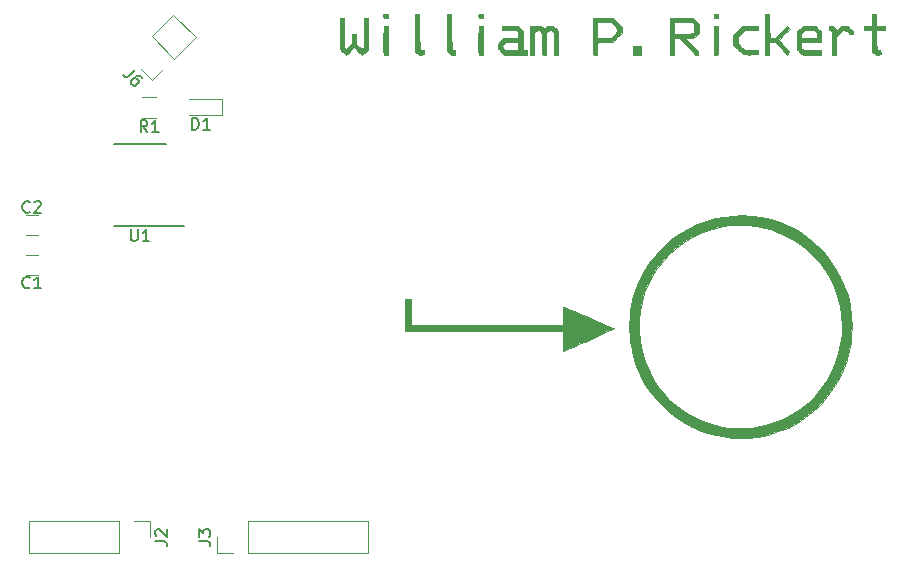
<source format=gbr>
G04 #@! TF.GenerationSoftware,KiCad,Pcbnew,5.1.0*
G04 #@! TF.CreationDate,2019-04-11T23:30:49-05:00*
G04 #@! TF.ProjectId,Card,43617264-2e6b-4696-9361-645f70636258,rev?*
G04 #@! TF.SameCoordinates,Original*
G04 #@! TF.FileFunction,Legend,Top*
G04 #@! TF.FilePolarity,Positive*
%FSLAX46Y46*%
G04 Gerber Fmt 4.6, Leading zero omitted, Abs format (unit mm)*
G04 Created by KiCad (PCBNEW 5.1.0) date 2019-04-11 23:30:49*
%MOMM*%
%LPD*%
G04 APERTURE LIST*
%ADD10C,0.120000*%
%ADD11C,0.150000*%
%ADD12C,0.010000*%
G04 APERTURE END LIST*
D10*
X104300000Y-133650000D02*
X105300000Y-133650000D01*
X105300000Y-131950000D02*
X104300000Y-131950000D01*
X104300000Y-130250000D02*
X105300000Y-130250000D01*
X105300000Y-128550000D02*
X104300000Y-128550000D01*
X120900000Y-120100000D02*
X120900000Y-118700000D01*
X120900000Y-118700000D02*
X118100000Y-118700000D01*
X120900000Y-120100000D02*
X118100000Y-120100000D01*
X104530000Y-154470000D02*
X104530000Y-157130000D01*
X112210000Y-154470000D02*
X104530000Y-154470000D01*
X112210000Y-157130000D02*
X104530000Y-157130000D01*
X112210000Y-154470000D02*
X112210000Y-157130000D01*
X113480000Y-154470000D02*
X114810000Y-154470000D01*
X114810000Y-154470000D02*
X114810000Y-155800000D01*
X133290000Y-157130000D02*
X133290000Y-154470000D01*
X123070000Y-157130000D02*
X133290000Y-157130000D01*
X123070000Y-154470000D02*
X133290000Y-154470000D01*
X123070000Y-157130000D02*
X123070000Y-154470000D01*
X121800000Y-157130000D02*
X120470000Y-157130000D01*
X120470000Y-157130000D02*
X120470000Y-155800000D01*
D11*
X116175000Y-122525000D02*
X111725000Y-122525000D01*
X117700000Y-129425000D02*
X111725000Y-129425000D01*
D12*
G36*
X162924184Y-111663250D02*
G01*
X162911882Y-111776255D01*
X162879926Y-111830139D01*
X162802963Y-111850255D01*
X162731250Y-111856184D01*
X162551334Y-111869201D01*
X162551334Y-111483333D01*
X162937202Y-111483333D01*
X162924184Y-111663250D01*
X162924184Y-111663250D01*
G37*
X162924184Y-111663250D02*
X162911882Y-111776255D01*
X162879926Y-111830139D01*
X162802963Y-111850255D01*
X162731250Y-111856184D01*
X162551334Y-111869201D01*
X162551334Y-111483333D01*
X162937202Y-111483333D01*
X162924184Y-111663250D01*
G36*
X142993334Y-111864333D02*
G01*
X142822672Y-111864333D01*
X142692637Y-111849179D01*
X142629895Y-111806531D01*
X142629015Y-111804409D01*
X142616472Y-111719332D01*
X142619760Y-111624492D01*
X142637548Y-111547838D01*
X142684482Y-111510016D01*
X142785915Y-111493613D01*
X142813417Y-111491482D01*
X142993334Y-111478465D01*
X142993334Y-111864333D01*
X142993334Y-111864333D01*
G37*
X142993334Y-111864333D02*
X142822672Y-111864333D01*
X142692637Y-111849179D01*
X142629895Y-111806531D01*
X142629015Y-111804409D01*
X142616472Y-111719332D01*
X142619760Y-111624492D01*
X142637548Y-111547838D01*
X142684482Y-111510016D01*
X142785915Y-111493613D01*
X142813417Y-111491482D01*
X142993334Y-111478465D01*
X142993334Y-111864333D01*
G36*
X134950000Y-111864333D02*
G01*
X134787722Y-111864333D01*
X134675852Y-111857570D01*
X134604241Y-111840837D01*
X134597222Y-111836111D01*
X134578943Y-111778944D01*
X134569399Y-111673186D01*
X134569000Y-111645611D01*
X134569000Y-111483333D01*
X134950000Y-111483333D01*
X134950000Y-111864333D01*
X134950000Y-111864333D01*
G37*
X134950000Y-111864333D02*
X134787722Y-111864333D01*
X134675852Y-111857570D01*
X134604241Y-111840837D01*
X134597222Y-111836111D01*
X134578943Y-111778944D01*
X134569399Y-111673186D01*
X134569000Y-111645611D01*
X134569000Y-111483333D01*
X134950000Y-111483333D01*
X134950000Y-111864333D01*
G36*
X176309667Y-112495909D02*
G01*
X176658917Y-112508204D01*
X177008167Y-112520500D01*
X177021184Y-112700416D01*
X177034202Y-112880333D01*
X176307877Y-112880333D01*
X176319355Y-113716416D01*
X176330834Y-114552500D01*
X176500167Y-114573666D01*
X176608388Y-114592148D01*
X176656620Y-114629192D01*
X176669095Y-114712058D01*
X176669500Y-114764166D01*
X176669500Y-114933500D01*
X176472349Y-114946242D01*
X176336489Y-114945617D01*
X176236296Y-114911700D01*
X176127276Y-114829098D01*
X176123099Y-114825440D01*
X175971000Y-114691895D01*
X175971000Y-112880333D01*
X175251334Y-112880333D01*
X175251334Y-112499333D01*
X175971000Y-112499333D01*
X175971000Y-111483333D01*
X176309667Y-111483333D01*
X176309667Y-112495909D01*
X176309667Y-112495909D01*
G37*
X176309667Y-112495909D02*
X176658917Y-112508204D01*
X177008167Y-112520500D01*
X177021184Y-112700416D01*
X177034202Y-112880333D01*
X176307877Y-112880333D01*
X176319355Y-113716416D01*
X176330834Y-114552500D01*
X176500167Y-114573666D01*
X176608388Y-114592148D01*
X176656620Y-114629192D01*
X176669095Y-114712058D01*
X176669500Y-114764166D01*
X176669500Y-114933500D01*
X176472349Y-114946242D01*
X176336489Y-114945617D01*
X176236296Y-114911700D01*
X176127276Y-114829098D01*
X176123099Y-114825440D01*
X175971000Y-114691895D01*
X175971000Y-112880333D01*
X175251334Y-112880333D01*
X175251334Y-112499333D01*
X175971000Y-112499333D01*
X175971000Y-111483333D01*
X176309667Y-111483333D01*
X176309667Y-112495909D01*
G36*
X174115107Y-112746560D02*
G01*
X174256035Y-112898292D01*
X174335758Y-113012853D01*
X174362261Y-113101865D01*
X174362334Y-113106393D01*
X174355345Y-113175766D01*
X174319166Y-113208632D01*
X174230972Y-113218481D01*
X174171834Y-113219000D01*
X174038289Y-113207983D01*
X173983242Y-113174284D01*
X173981334Y-113163420D01*
X173944622Y-113073837D01*
X173852242Y-112983866D01*
X173730829Y-112912990D01*
X173607014Y-112880693D01*
X173594379Y-112880333D01*
X173515570Y-112888131D01*
X173440927Y-112919275D01*
X173353280Y-112985391D01*
X173235459Y-113098104D01*
X173162779Y-113172550D01*
X172880667Y-113464767D01*
X172880667Y-114954666D01*
X172542000Y-114954666D01*
X172542000Y-113965016D01*
X172541559Y-113639282D01*
X172539059Y-113388094D01*
X172532733Y-113201333D01*
X172520815Y-113068879D01*
X172501538Y-112980613D01*
X172473136Y-112926416D01*
X172433842Y-112896167D01*
X172381889Y-112879747D01*
X172351500Y-112873725D01*
X172294840Y-112845442D01*
X172270492Y-112773162D01*
X172266834Y-112689253D01*
X172271925Y-112580534D01*
X172301542Y-112530250D01*
X172377198Y-112512223D01*
X172415000Y-112508964D01*
X172581905Y-112528401D01*
X172729918Y-112602358D01*
X172834279Y-112715041D01*
X172866046Y-112796646D01*
X172891632Y-112924577D01*
X173116449Y-112711955D01*
X173235879Y-112602190D01*
X173323571Y-112538695D01*
X173408583Y-112508815D01*
X173519972Y-112499893D01*
X173604573Y-112499333D01*
X173867880Y-112499333D01*
X174115107Y-112746560D01*
X174115107Y-112746560D01*
G37*
X174115107Y-112746560D02*
X174256035Y-112898292D01*
X174335758Y-113012853D01*
X174362261Y-113101865D01*
X174362334Y-113106393D01*
X174355345Y-113175766D01*
X174319166Y-113208632D01*
X174230972Y-113218481D01*
X174171834Y-113219000D01*
X174038289Y-113207983D01*
X173983242Y-113174284D01*
X173981334Y-113163420D01*
X173944622Y-113073837D01*
X173852242Y-112983866D01*
X173730829Y-112912990D01*
X173607014Y-112880693D01*
X173594379Y-112880333D01*
X173515570Y-112888131D01*
X173440927Y-112919275D01*
X173353280Y-112985391D01*
X173235459Y-113098104D01*
X173162779Y-113172550D01*
X172880667Y-113464767D01*
X172880667Y-114954666D01*
X172542000Y-114954666D01*
X172542000Y-113965016D01*
X172541559Y-113639282D01*
X172539059Y-113388094D01*
X172532733Y-113201333D01*
X172520815Y-113068879D01*
X172501538Y-112980613D01*
X172473136Y-112926416D01*
X172433842Y-112896167D01*
X172381889Y-112879747D01*
X172351500Y-112873725D01*
X172294840Y-112845442D01*
X172270492Y-112773162D01*
X172266834Y-112689253D01*
X172271925Y-112580534D01*
X172301542Y-112530250D01*
X172377198Y-112512223D01*
X172415000Y-112508964D01*
X172581905Y-112528401D01*
X172729918Y-112602358D01*
X172834279Y-112715041D01*
X172866046Y-112796646D01*
X172891632Y-112924577D01*
X173116449Y-112711955D01*
X173235879Y-112602190D01*
X173323571Y-112538695D01*
X173408583Y-112508815D01*
X173519972Y-112499893D01*
X173604573Y-112499333D01*
X173867880Y-112499333D01*
X174115107Y-112746560D01*
G36*
X171408356Y-112741424D02*
G01*
X171653000Y-112983516D01*
X171653000Y-113896333D01*
X169917334Y-113896333D01*
X169917334Y-114121246D01*
X169924722Y-114266239D01*
X169955112Y-114362436D01*
X170020845Y-114445033D01*
X170036067Y-114459913D01*
X170154800Y-114573666D01*
X171653000Y-114573666D01*
X171653000Y-114954666D01*
X170094270Y-114954666D01*
X169880470Y-114785667D01*
X169760944Y-114683992D01*
X169666121Y-114590341D01*
X169622669Y-114534450D01*
X169606995Y-114462877D01*
X169594101Y-114319806D01*
X169584696Y-114118379D01*
X169579487Y-113871739D01*
X169578667Y-113717874D01*
X169578667Y-113316566D01*
X169959667Y-113316566D01*
X169959667Y-113515333D01*
X171314334Y-113515333D01*
X171314334Y-113339412D01*
X171281013Y-113150653D01*
X171206346Y-113021912D01*
X171098358Y-112880333D01*
X170642766Y-112880333D01*
X170440528Y-112881286D01*
X170304165Y-112886759D01*
X170214885Y-112900670D01*
X170153899Y-112926937D01*
X170102416Y-112969480D01*
X170073420Y-112999066D01*
X169996485Y-113101690D01*
X169964000Y-113219860D01*
X169959667Y-113316566D01*
X169578667Y-113316566D01*
X169578667Y-112983516D01*
X169823311Y-112741424D01*
X170067955Y-112499333D01*
X171163712Y-112499333D01*
X171408356Y-112741424D01*
X171408356Y-112741424D01*
G37*
X171408356Y-112741424D02*
X171653000Y-112983516D01*
X171653000Y-113896333D01*
X169917334Y-113896333D01*
X169917334Y-114121246D01*
X169924722Y-114266239D01*
X169955112Y-114362436D01*
X170020845Y-114445033D01*
X170036067Y-114459913D01*
X170154800Y-114573666D01*
X171653000Y-114573666D01*
X171653000Y-114954666D01*
X170094270Y-114954666D01*
X169880470Y-114785667D01*
X169760944Y-114683992D01*
X169666121Y-114590341D01*
X169622669Y-114534450D01*
X169606995Y-114462877D01*
X169594101Y-114319806D01*
X169584696Y-114118379D01*
X169579487Y-113871739D01*
X169578667Y-113717874D01*
X169578667Y-113316566D01*
X169959667Y-113316566D01*
X169959667Y-113515333D01*
X171314334Y-113515333D01*
X171314334Y-113339412D01*
X171281013Y-113150653D01*
X171206346Y-113021912D01*
X171098358Y-112880333D01*
X170642766Y-112880333D01*
X170440528Y-112881286D01*
X170304165Y-112886759D01*
X170214885Y-112900670D01*
X170153899Y-112926937D01*
X170102416Y-112969480D01*
X170073420Y-112999066D01*
X169996485Y-113101690D01*
X169964000Y-113219860D01*
X169959667Y-113316566D01*
X169578667Y-113316566D01*
X169578667Y-112983516D01*
X169823311Y-112741424D01*
X170067955Y-112499333D01*
X171163712Y-112499333D01*
X171408356Y-112741424D01*
G36*
X167260164Y-112509916D02*
G01*
X167271500Y-113536500D01*
X167479930Y-113549702D01*
X167688359Y-113562905D01*
X168209143Y-113043372D01*
X168729926Y-112523839D01*
X168858984Y-112647484D01*
X168988041Y-112771128D01*
X168514849Y-113245667D01*
X168041656Y-113720205D01*
X168482078Y-114192307D01*
X168635609Y-114358047D01*
X168767350Y-114502477D01*
X168866988Y-114614116D01*
X168924211Y-114681483D01*
X168933756Y-114695140D01*
X168913339Y-114741055D01*
X168848624Y-114817361D01*
X168824558Y-114841273D01*
X168704103Y-114956676D01*
X168206290Y-114426504D01*
X167708476Y-113896333D01*
X167250334Y-113896333D01*
X167250334Y-114954666D01*
X166911667Y-114954666D01*
X166911667Y-111483333D01*
X167248828Y-111483333D01*
X167260164Y-112509916D01*
X167260164Y-112509916D01*
G37*
X167260164Y-112509916D02*
X167271500Y-113536500D01*
X167479930Y-113549702D01*
X167688359Y-113562905D01*
X168209143Y-113043372D01*
X168729926Y-112523839D01*
X168858984Y-112647484D01*
X168988041Y-112771128D01*
X168514849Y-113245667D01*
X168041656Y-113720205D01*
X168482078Y-114192307D01*
X168635609Y-114358047D01*
X168767350Y-114502477D01*
X168866988Y-114614116D01*
X168924211Y-114681483D01*
X168933756Y-114695140D01*
X168913339Y-114741055D01*
X168848624Y-114817361D01*
X168824558Y-114841273D01*
X168704103Y-114956676D01*
X168206290Y-114426504D01*
X167708476Y-113896333D01*
X167250334Y-113896333D01*
X167250334Y-114954666D01*
X166911667Y-114954666D01*
X166911667Y-111483333D01*
X167248828Y-111483333D01*
X167260164Y-112509916D01*
G36*
X165668666Y-112508757D02*
G01*
X166297834Y-112520500D01*
X166297834Y-112859166D01*
X165726334Y-112870969D01*
X165154834Y-112882771D01*
X164869084Y-113166167D01*
X164583334Y-113449562D01*
X164583334Y-114004437D01*
X164869084Y-114287832D01*
X165154834Y-114571228D01*
X165726334Y-114583030D01*
X166297834Y-114594833D01*
X166297834Y-114933500D01*
X165705167Y-114941318D01*
X165485417Y-114942564D01*
X165293026Y-114940567D01*
X165145376Y-114935735D01*
X165059847Y-114928476D01*
X165049000Y-114925922D01*
X164996111Y-114888620D01*
X164897132Y-114803342D01*
X164765580Y-114682240D01*
X164614972Y-114537469D01*
X164593917Y-114516773D01*
X164202334Y-114130838D01*
X164202334Y-113319514D01*
X164620916Y-112908265D01*
X165039499Y-112497015D01*
X165668666Y-112508757D01*
X165668666Y-112508757D01*
G37*
X165668666Y-112508757D02*
X166297834Y-112520500D01*
X166297834Y-112859166D01*
X165726334Y-112870969D01*
X165154834Y-112882771D01*
X164869084Y-113166167D01*
X164583334Y-113449562D01*
X164583334Y-114004437D01*
X164869084Y-114287832D01*
X165154834Y-114571228D01*
X165726334Y-114583030D01*
X166297834Y-114594833D01*
X166297834Y-114933500D01*
X165705167Y-114941318D01*
X165485417Y-114942564D01*
X165293026Y-114940567D01*
X165145376Y-114935735D01*
X165059847Y-114928476D01*
X165049000Y-114925922D01*
X164996111Y-114888620D01*
X164897132Y-114803342D01*
X164765580Y-114682240D01*
X164614972Y-114537469D01*
X164593917Y-114516773D01*
X164202334Y-114130838D01*
X164202334Y-113319514D01*
X164620916Y-112908265D01*
X165039499Y-112497015D01*
X165668666Y-112508757D01*
G36*
X162731250Y-112507482D02*
G01*
X162911167Y-112520500D01*
X162911167Y-114933500D01*
X162731250Y-114946517D01*
X162551334Y-114959534D01*
X162551334Y-112494465D01*
X162731250Y-112507482D01*
X162731250Y-112507482D01*
G37*
X162731250Y-112507482D02*
X162911167Y-112520500D01*
X162911167Y-114933500D01*
X162731250Y-114946517D01*
X162551334Y-114959534D01*
X162551334Y-112494465D01*
X162731250Y-112507482D01*
G36*
X161046105Y-112077102D02*
G01*
X161289431Y-112332204D01*
X161274799Y-112735982D01*
X161260167Y-113139761D01*
X161041064Y-113348714D01*
X160821962Y-113557666D01*
X160118343Y-113557666D01*
X160678672Y-114119150D01*
X160878594Y-114321111D01*
X161025316Y-114474301D01*
X161126734Y-114588564D01*
X161190744Y-114673744D01*
X161225244Y-114739685D01*
X161238128Y-114796229D01*
X161239000Y-114817650D01*
X161233136Y-114905424D01*
X161199307Y-114944438D01*
X161113159Y-114954397D01*
X161069667Y-114954666D01*
X160949186Y-114942162D01*
X160900854Y-114906569D01*
X160900334Y-114901237D01*
X160871559Y-114856770D01*
X160791072Y-114762508D01*
X160667630Y-114627916D01*
X160509989Y-114462462D01*
X160326904Y-114275613D01*
X160254254Y-114202737D01*
X159608174Y-113557666D01*
X159207000Y-113557666D01*
X159207000Y-114954666D01*
X158826000Y-114954666D01*
X158826000Y-112203000D01*
X159207000Y-112203000D01*
X159207000Y-113176666D01*
X159955688Y-113176666D01*
X160225518Y-113176128D01*
X160423913Y-113173555D01*
X160564104Y-113167508D01*
X160659321Y-113156549D01*
X160722795Y-113139240D01*
X160767755Y-113114143D01*
X160802355Y-113084620D01*
X160856950Y-113020362D01*
X160886806Y-112940219D01*
X160898821Y-112817936D01*
X160900334Y-112711540D01*
X160896541Y-112554083D01*
X160879525Y-112453028D01*
X160840825Y-112380245D01*
X160781600Y-112316753D01*
X160662867Y-112203000D01*
X159207000Y-112203000D01*
X158826000Y-112203000D01*
X158826000Y-111822000D01*
X159814390Y-111822000D01*
X160802779Y-111821999D01*
X161046105Y-112077102D01*
X161046105Y-112077102D01*
G37*
X161046105Y-112077102D02*
X161289431Y-112332204D01*
X161274799Y-112735982D01*
X161260167Y-113139761D01*
X161041064Y-113348714D01*
X160821962Y-113557666D01*
X160118343Y-113557666D01*
X160678672Y-114119150D01*
X160878594Y-114321111D01*
X161025316Y-114474301D01*
X161126734Y-114588564D01*
X161190744Y-114673744D01*
X161225244Y-114739685D01*
X161238128Y-114796229D01*
X161239000Y-114817650D01*
X161233136Y-114905424D01*
X161199307Y-114944438D01*
X161113159Y-114954397D01*
X161069667Y-114954666D01*
X160949186Y-114942162D01*
X160900854Y-114906569D01*
X160900334Y-114901237D01*
X160871559Y-114856770D01*
X160791072Y-114762508D01*
X160667630Y-114627916D01*
X160509989Y-114462462D01*
X160326904Y-114275613D01*
X160254254Y-114202737D01*
X159608174Y-113557666D01*
X159207000Y-113557666D01*
X159207000Y-114954666D01*
X158826000Y-114954666D01*
X158826000Y-112203000D01*
X159207000Y-112203000D01*
X159207000Y-113176666D01*
X159955688Y-113176666D01*
X160225518Y-113176128D01*
X160423913Y-113173555D01*
X160564104Y-113167508D01*
X160659321Y-113156549D01*
X160722795Y-113139240D01*
X160767755Y-113114143D01*
X160802355Y-113084620D01*
X160856950Y-113020362D01*
X160886806Y-112940219D01*
X160898821Y-112817936D01*
X160900334Y-112711540D01*
X160896541Y-112554083D01*
X160879525Y-112453028D01*
X160840825Y-112380245D01*
X160781600Y-112316753D01*
X160662867Y-112203000D01*
X159207000Y-112203000D01*
X158826000Y-112203000D01*
X158826000Y-111822000D01*
X159814390Y-111822000D01*
X160802779Y-111821999D01*
X161046105Y-112077102D01*
G36*
X156413000Y-114954666D02*
G01*
X155693334Y-114954666D01*
X155693334Y-114235000D01*
X156413000Y-114235000D01*
X156413000Y-114954666D01*
X156413000Y-114954666D01*
G37*
X156413000Y-114954666D02*
X155693334Y-114954666D01*
X155693334Y-114235000D01*
X156413000Y-114235000D01*
X156413000Y-114954666D01*
G36*
X154762000Y-112610051D02*
G01*
X154762000Y-113103404D01*
X154373202Y-113499869D01*
X153984403Y-113896333D01*
X153468327Y-113896333D01*
X153254366Y-113898483D01*
X153059609Y-113904326D01*
X152906322Y-113912956D01*
X152819959Y-113922791D01*
X152687667Y-113949250D01*
X152687667Y-114954666D01*
X152517005Y-114954666D01*
X152400095Y-114942344D01*
X152331774Y-114910730D01*
X152325952Y-114901528D01*
X152321527Y-114848142D01*
X152318051Y-114720060D01*
X152315584Y-114527248D01*
X152314184Y-114279671D01*
X152313911Y-113987296D01*
X152314825Y-113660089D01*
X152316697Y-113345778D01*
X152325166Y-112203000D01*
X152687667Y-112203000D01*
X152687667Y-113557666D01*
X153807375Y-113557666D01*
X154094188Y-113273052D01*
X154255032Y-113104912D01*
X154350919Y-112972647D01*
X154382370Y-112858453D01*
X154349904Y-112744526D01*
X154254038Y-112613062D01*
X154117640Y-112468722D01*
X153854279Y-112203000D01*
X152687667Y-112203000D01*
X152325166Y-112203000D01*
X152327834Y-111843166D01*
X153149952Y-111831644D01*
X153972070Y-111820121D01*
X154762000Y-112610051D01*
X154762000Y-112610051D01*
G37*
X154762000Y-112610051D02*
X154762000Y-113103404D01*
X154373202Y-113499869D01*
X153984403Y-113896333D01*
X153468327Y-113896333D01*
X153254366Y-113898483D01*
X153059609Y-113904326D01*
X152906322Y-113912956D01*
X152819959Y-113922791D01*
X152687667Y-113949250D01*
X152687667Y-114954666D01*
X152517005Y-114954666D01*
X152400095Y-114942344D01*
X152331774Y-114910730D01*
X152325952Y-114901528D01*
X152321527Y-114848142D01*
X152318051Y-114720060D01*
X152315584Y-114527248D01*
X152314184Y-114279671D01*
X152313911Y-113987296D01*
X152314825Y-113660089D01*
X152316697Y-113345778D01*
X152325166Y-112203000D01*
X152687667Y-112203000D01*
X152687667Y-113557666D01*
X153807375Y-113557666D01*
X154094188Y-113273052D01*
X154255032Y-113104912D01*
X154350919Y-112972647D01*
X154382370Y-112858453D01*
X154349904Y-112744526D01*
X154254038Y-112613062D01*
X154117640Y-112468722D01*
X153854279Y-112203000D01*
X152687667Y-112203000D01*
X152325166Y-112203000D01*
X152327834Y-111843166D01*
X153149952Y-111831644D01*
X153972070Y-111820121D01*
X154762000Y-112610051D01*
G36*
X148827432Y-112503912D02*
G01*
X148914805Y-112526247D01*
X149000695Y-112579237D01*
X149111337Y-112675781D01*
X149155368Y-112717140D01*
X149385667Y-112934948D01*
X149385667Y-114954666D01*
X149047000Y-114954666D01*
X149047000Y-113107840D01*
X148928267Y-112994086D01*
X148789999Y-112901114D01*
X148654395Y-112892511D01*
X148517029Y-112968277D01*
X148488400Y-112994086D01*
X148369667Y-113107840D01*
X148369667Y-114959534D01*
X148189750Y-114946517D01*
X148009834Y-114933500D01*
X147998393Y-114028664D01*
X147994030Y-113726598D01*
X147988831Y-113497124D01*
X147981641Y-113328167D01*
X147971305Y-113207652D01*
X147956671Y-113123504D01*
X147936582Y-113063649D01*
X147909886Y-113016013D01*
X147900260Y-113002081D01*
X147790001Y-112903189D01*
X147662565Y-112885550D01*
X147525015Y-112949297D01*
X147472400Y-112994086D01*
X147353667Y-113107840D01*
X147353667Y-114954666D01*
X146971368Y-114954666D01*
X146993834Y-112520500D01*
X147173750Y-112507482D01*
X147300446Y-112508746D01*
X147351913Y-112537360D01*
X147353667Y-112547699D01*
X147366038Y-112579178D01*
X147404467Y-112550133D01*
X147473531Y-112521156D01*
X147594423Y-112502763D01*
X147678160Y-112499333D01*
X147827380Y-112508114D01*
X147934503Y-112544242D01*
X148041146Y-112622395D01*
X148050694Y-112630718D01*
X148200334Y-112762104D01*
X148349973Y-112630718D01*
X148463042Y-112546172D01*
X148574490Y-112507761D01*
X148712341Y-112499333D01*
X148827432Y-112503912D01*
X148827432Y-112503912D01*
G37*
X148827432Y-112503912D02*
X148914805Y-112526247D01*
X149000695Y-112579237D01*
X149111337Y-112675781D01*
X149155368Y-112717140D01*
X149385667Y-112934948D01*
X149385667Y-114954666D01*
X149047000Y-114954666D01*
X149047000Y-113107840D01*
X148928267Y-112994086D01*
X148789999Y-112901114D01*
X148654395Y-112892511D01*
X148517029Y-112968277D01*
X148488400Y-112994086D01*
X148369667Y-113107840D01*
X148369667Y-114959534D01*
X148189750Y-114946517D01*
X148009834Y-114933500D01*
X147998393Y-114028664D01*
X147994030Y-113726598D01*
X147988831Y-113497124D01*
X147981641Y-113328167D01*
X147971305Y-113207652D01*
X147956671Y-113123504D01*
X147936582Y-113063649D01*
X147909886Y-113016013D01*
X147900260Y-113002081D01*
X147790001Y-112903189D01*
X147662565Y-112885550D01*
X147525015Y-112949297D01*
X147472400Y-112994086D01*
X147353667Y-113107840D01*
X147353667Y-114954666D01*
X146971368Y-114954666D01*
X146993834Y-112520500D01*
X147173750Y-112507482D01*
X147300446Y-112508746D01*
X147351913Y-112537360D01*
X147353667Y-112547699D01*
X147366038Y-112579178D01*
X147404467Y-112550133D01*
X147473531Y-112521156D01*
X147594423Y-112502763D01*
X147678160Y-112499333D01*
X147827380Y-112508114D01*
X147934503Y-112544242D01*
X148041146Y-112622395D01*
X148050694Y-112630718D01*
X148200334Y-112762104D01*
X148349973Y-112630718D01*
X148463042Y-112546172D01*
X148574490Y-112507761D01*
X148712341Y-112499333D01*
X148827432Y-112503912D01*
G36*
X146380000Y-112963201D02*
G01*
X146380000Y-114573666D01*
X146718667Y-114573666D01*
X146718667Y-114954666D01*
X144754959Y-114954666D01*
X144530313Y-114722732D01*
X144416631Y-114602652D01*
X144349717Y-114515618D01*
X144317177Y-114434108D01*
X144306617Y-114330601D01*
X144306010Y-114262324D01*
X144650582Y-114262324D01*
X144708307Y-114396000D01*
X144758087Y-114454933D01*
X144806339Y-114502858D01*
X144853813Y-114535761D01*
X144916620Y-114556468D01*
X145010874Y-114567802D01*
X145152689Y-114572588D01*
X145358176Y-114573651D01*
X145435420Y-114573666D01*
X145999000Y-114573666D01*
X145999000Y-113854000D01*
X144923531Y-113854000D01*
X144783932Y-113989304D01*
X144675661Y-114129086D01*
X144650582Y-114262324D01*
X144306010Y-114262324D01*
X144305667Y-114223869D01*
X144307893Y-114085299D01*
X144323104Y-113990674D01*
X144364101Y-113912072D01*
X144443684Y-113821567D01*
X144529248Y-113736137D01*
X144752829Y-113515333D01*
X145999000Y-113515333D01*
X145999000Y-113289879D01*
X145990548Y-113140138D01*
X145958736Y-113042567D01*
X145901022Y-112972379D01*
X145855603Y-112935299D01*
X145801646Y-112909745D01*
X145723530Y-112893596D01*
X145605630Y-112884728D01*
X145432323Y-112881018D01*
X145223688Y-112880333D01*
X144644334Y-112880333D01*
X144644334Y-112499333D01*
X145930708Y-112499333D01*
X146380000Y-112963201D01*
X146380000Y-112963201D01*
G37*
X146380000Y-112963201D02*
X146380000Y-114573666D01*
X146718667Y-114573666D01*
X146718667Y-114954666D01*
X144754959Y-114954666D01*
X144530313Y-114722732D01*
X144416631Y-114602652D01*
X144349717Y-114515618D01*
X144317177Y-114434108D01*
X144306617Y-114330601D01*
X144306010Y-114262324D01*
X144650582Y-114262324D01*
X144708307Y-114396000D01*
X144758087Y-114454933D01*
X144806339Y-114502858D01*
X144853813Y-114535761D01*
X144916620Y-114556468D01*
X145010874Y-114567802D01*
X145152689Y-114572588D01*
X145358176Y-114573651D01*
X145435420Y-114573666D01*
X145999000Y-114573666D01*
X145999000Y-113854000D01*
X144923531Y-113854000D01*
X144783932Y-113989304D01*
X144675661Y-114129086D01*
X144650582Y-114262324D01*
X144306010Y-114262324D01*
X144305667Y-114223869D01*
X144307893Y-114085299D01*
X144323104Y-113990674D01*
X144364101Y-113912072D01*
X144443684Y-113821567D01*
X144529248Y-113736137D01*
X144752829Y-113515333D01*
X145999000Y-113515333D01*
X145999000Y-113289879D01*
X145990548Y-113140138D01*
X145958736Y-113042567D01*
X145901022Y-112972379D01*
X145855603Y-112935299D01*
X145801646Y-112909745D01*
X145723530Y-112893596D01*
X145605630Y-112884728D01*
X145432323Y-112881018D01*
X145223688Y-112880333D01*
X144644334Y-112880333D01*
X144644334Y-112499333D01*
X145930708Y-112499333D01*
X146380000Y-112963201D01*
G36*
X142993334Y-114954666D02*
G01*
X142822672Y-114954666D01*
X142704961Y-114942195D01*
X142636951Y-114910041D01*
X142631473Y-114901149D01*
X142626479Y-114846163D01*
X142622737Y-114718000D01*
X142620334Y-114528142D01*
X142619358Y-114288070D01*
X142619896Y-114009267D01*
X142622035Y-113703213D01*
X142622218Y-113684065D01*
X142633500Y-112520500D01*
X142813417Y-112507482D01*
X142993334Y-112494465D01*
X142993334Y-114954666D01*
X142993334Y-114954666D01*
G37*
X142993334Y-114954666D02*
X142822672Y-114954666D01*
X142704961Y-114942195D01*
X142636951Y-114910041D01*
X142631473Y-114901149D01*
X142626479Y-114846163D01*
X142622737Y-114718000D01*
X142620334Y-114528142D01*
X142619358Y-114288070D01*
X142619896Y-114009267D01*
X142622035Y-113703213D01*
X142622218Y-113684065D01*
X142633500Y-112520500D01*
X142813417Y-112507482D01*
X142993334Y-112494465D01*
X142993334Y-114954666D01*
G36*
X140336389Y-113017916D02*
G01*
X140347500Y-114552500D01*
X140506250Y-114565638D01*
X140604275Y-114577923D01*
X140650360Y-114609727D01*
X140664111Y-114685888D01*
X140665000Y-114766722D01*
X140665000Y-114954666D01*
X140461925Y-114954666D01*
X140331064Y-114946737D01*
X140236522Y-114911633D01*
X140140248Y-114832377D01*
X140102092Y-114794131D01*
X139945334Y-114633596D01*
X139945334Y-111483333D01*
X140325277Y-111483333D01*
X140336389Y-113017916D01*
X140336389Y-113017916D01*
G37*
X140336389Y-113017916D02*
X140347500Y-114552500D01*
X140506250Y-114565638D01*
X140604275Y-114577923D01*
X140650360Y-114609727D01*
X140664111Y-114685888D01*
X140665000Y-114766722D01*
X140665000Y-114954666D01*
X140461925Y-114954666D01*
X140331064Y-114946737D01*
X140236522Y-114911633D01*
X140140248Y-114832377D01*
X140102092Y-114794131D01*
X139945334Y-114633596D01*
X139945334Y-111483333D01*
X140325277Y-111483333D01*
X140336389Y-113017916D01*
G36*
X137627055Y-113017916D02*
G01*
X137638167Y-114552500D01*
X138002619Y-114578760D01*
X137989726Y-114756130D01*
X137976834Y-114933500D01*
X137779682Y-114946242D01*
X137643822Y-114945617D01*
X137543629Y-114911700D01*
X137434609Y-114829098D01*
X137430432Y-114825440D01*
X137278334Y-114691895D01*
X137278334Y-111483333D01*
X137615944Y-111483333D01*
X137627055Y-113017916D01*
X137627055Y-113017916D01*
G37*
X137627055Y-113017916D02*
X137638167Y-114552500D01*
X138002619Y-114578760D01*
X137989726Y-114756130D01*
X137976834Y-114933500D01*
X137779682Y-114946242D01*
X137643822Y-114945617D01*
X137543629Y-114911700D01*
X137434609Y-114829098D01*
X137430432Y-114825440D01*
X137278334Y-114691895D01*
X137278334Y-111483333D01*
X137615944Y-111483333D01*
X137627055Y-113017916D01*
G36*
X134950000Y-114954666D02*
G01*
X134779338Y-114954666D01*
X134661628Y-114942195D01*
X134593617Y-114910041D01*
X134588140Y-114901149D01*
X134583145Y-114846163D01*
X134579403Y-114718000D01*
X134577001Y-114528142D01*
X134576025Y-114288070D01*
X134576563Y-114009267D01*
X134578702Y-113703213D01*
X134578885Y-113684065D01*
X134590167Y-112520500D01*
X134770084Y-112507482D01*
X134950000Y-112494465D01*
X134950000Y-114954666D01*
X134950000Y-114954666D01*
G37*
X134950000Y-114954666D02*
X134779338Y-114954666D01*
X134661628Y-114942195D01*
X134593617Y-114910041D01*
X134588140Y-114901149D01*
X134583145Y-114846163D01*
X134579403Y-114718000D01*
X134577001Y-114528142D01*
X134576025Y-114288070D01*
X134576563Y-114009267D01*
X134578702Y-113703213D01*
X134578885Y-113684065D01*
X134590167Y-112520500D01*
X134770084Y-112507482D01*
X134950000Y-112494465D01*
X134950000Y-114954666D01*
G36*
X133299000Y-114519051D02*
G01*
X133068701Y-114736859D01*
X132949518Y-114842475D01*
X132847866Y-114919871D01*
X132783560Y-114954153D01*
X132778929Y-114954666D01*
X132708779Y-114925504D01*
X132638811Y-114865256D01*
X132567348Y-114793725D01*
X132454584Y-114688983D01*
X132323783Y-114572592D01*
X132311881Y-114562248D01*
X132065596Y-114348651D01*
X131760552Y-114651659D01*
X131626044Y-114779320D01*
X131508118Y-114880426D01*
X131422582Y-114941995D01*
X131391559Y-114954666D01*
X131332258Y-114926161D01*
X131235268Y-114850995D01*
X131120359Y-114744691D01*
X131106804Y-114731085D01*
X130886000Y-114507504D01*
X130886000Y-111822000D01*
X131224667Y-111822000D01*
X131224667Y-113085438D01*
X131224884Y-113446052D01*
X131225944Y-113731513D01*
X131228455Y-113951331D01*
X131233030Y-114115021D01*
X131240278Y-114232094D01*
X131250810Y-114312064D01*
X131265237Y-114364441D01*
X131284169Y-114398740D01*
X131308216Y-114424472D01*
X131310757Y-114426788D01*
X131355175Y-114462224D01*
X131396184Y-114469903D01*
X131449865Y-114441658D01*
X131532298Y-114369320D01*
X131649424Y-114254757D01*
X131902000Y-114004817D01*
X131902000Y-113219000D01*
X132283000Y-113219000D01*
X132285709Y-113631750D01*
X132288417Y-114044500D01*
X132540180Y-114271542D01*
X132639505Y-114360633D01*
X132719584Y-114425833D01*
X132782574Y-114460729D01*
X132830633Y-114458911D01*
X132865918Y-114413967D01*
X132890586Y-114319486D01*
X132906795Y-114169056D01*
X132916701Y-113956266D01*
X132922464Y-113674705D01*
X132926238Y-113317960D01*
X132927970Y-113119075D01*
X132939167Y-111843166D01*
X133119084Y-111830149D01*
X133299000Y-111817131D01*
X133299000Y-114519051D01*
X133299000Y-114519051D01*
G37*
X133299000Y-114519051D02*
X133068701Y-114736859D01*
X132949518Y-114842475D01*
X132847866Y-114919871D01*
X132783560Y-114954153D01*
X132778929Y-114954666D01*
X132708779Y-114925504D01*
X132638811Y-114865256D01*
X132567348Y-114793725D01*
X132454584Y-114688983D01*
X132323783Y-114572592D01*
X132311881Y-114562248D01*
X132065596Y-114348651D01*
X131760552Y-114651659D01*
X131626044Y-114779320D01*
X131508118Y-114880426D01*
X131422582Y-114941995D01*
X131391559Y-114954666D01*
X131332258Y-114926161D01*
X131235268Y-114850995D01*
X131120359Y-114744691D01*
X131106804Y-114731085D01*
X130886000Y-114507504D01*
X130886000Y-111822000D01*
X131224667Y-111822000D01*
X131224667Y-113085438D01*
X131224884Y-113446052D01*
X131225944Y-113731513D01*
X131228455Y-113951331D01*
X131233030Y-114115021D01*
X131240278Y-114232094D01*
X131250810Y-114312064D01*
X131265237Y-114364441D01*
X131284169Y-114398740D01*
X131308216Y-114424472D01*
X131310757Y-114426788D01*
X131355175Y-114462224D01*
X131396184Y-114469903D01*
X131449865Y-114441658D01*
X131532298Y-114369320D01*
X131649424Y-114254757D01*
X131902000Y-114004817D01*
X131902000Y-113219000D01*
X132283000Y-113219000D01*
X132285709Y-113631750D01*
X132288417Y-114044500D01*
X132540180Y-114271542D01*
X132639505Y-114360633D01*
X132719584Y-114425833D01*
X132782574Y-114460729D01*
X132830633Y-114458911D01*
X132865918Y-114413967D01*
X132890586Y-114319486D01*
X132906795Y-114169056D01*
X132916701Y-113956266D01*
X132922464Y-113674705D01*
X132926238Y-113317960D01*
X132927970Y-113119075D01*
X132939167Y-111843166D01*
X133119084Y-111830149D01*
X133299000Y-111817131D01*
X133299000Y-114519051D01*
G36*
X136873333Y-137884666D02*
G01*
X149742666Y-137884666D01*
X149742666Y-137096562D01*
X149743025Y-136820661D01*
X149744894Y-136618445D01*
X149749459Y-136478936D01*
X149757907Y-136391152D01*
X149771423Y-136344115D01*
X149791194Y-136326844D01*
X149818407Y-136328358D01*
X149825481Y-136330115D01*
X149888725Y-136352863D01*
X150018303Y-136404427D01*
X150205569Y-136481115D01*
X150441875Y-136579239D01*
X150718575Y-136695107D01*
X151027021Y-136825030D01*
X151358567Y-136965318D01*
X151704565Y-137112281D01*
X152056369Y-137262229D01*
X152405330Y-137411473D01*
X152742803Y-137556321D01*
X153060140Y-137693084D01*
X153348693Y-137818073D01*
X153599817Y-137927597D01*
X153804863Y-138017965D01*
X153955186Y-138085490D01*
X154042137Y-138126479D01*
X154060666Y-138137399D01*
X154023320Y-138157133D01*
X153916955Y-138207119D01*
X153750077Y-138283582D01*
X153531197Y-138382744D01*
X153268820Y-138500830D01*
X152971456Y-138634065D01*
X152647612Y-138778672D01*
X152305797Y-138930876D01*
X151954518Y-139086900D01*
X151602284Y-139242969D01*
X151257602Y-139395306D01*
X150928981Y-139540137D01*
X150624928Y-139673684D01*
X150353952Y-139792172D01*
X150124560Y-139891825D01*
X149945262Y-139968868D01*
X149824564Y-140019523D01*
X149781292Y-140036611D01*
X149768604Y-140000922D01*
X149757915Y-139890761D01*
X149749707Y-139716305D01*
X149744464Y-139487735D01*
X149742666Y-139221694D01*
X149742666Y-138392666D01*
X136365333Y-138392666D01*
X136365333Y-135641000D01*
X136873333Y-135641000D01*
X136873333Y-137884666D01*
X136873333Y-137884666D01*
G37*
X136873333Y-137884666D02*
X149742666Y-137884666D01*
X149742666Y-137096562D01*
X149743025Y-136820661D01*
X149744894Y-136618445D01*
X149749459Y-136478936D01*
X149757907Y-136391152D01*
X149771423Y-136344115D01*
X149791194Y-136326844D01*
X149818407Y-136328358D01*
X149825481Y-136330115D01*
X149888725Y-136352863D01*
X150018303Y-136404427D01*
X150205569Y-136481115D01*
X150441875Y-136579239D01*
X150718575Y-136695107D01*
X151027021Y-136825030D01*
X151358567Y-136965318D01*
X151704565Y-137112281D01*
X152056369Y-137262229D01*
X152405330Y-137411473D01*
X152742803Y-137556321D01*
X153060140Y-137693084D01*
X153348693Y-137818073D01*
X153599817Y-137927597D01*
X153804863Y-138017965D01*
X153955186Y-138085490D01*
X154042137Y-138126479D01*
X154060666Y-138137399D01*
X154023320Y-138157133D01*
X153916955Y-138207119D01*
X153750077Y-138283582D01*
X153531197Y-138382744D01*
X153268820Y-138500830D01*
X152971456Y-138634065D01*
X152647612Y-138778672D01*
X152305797Y-138930876D01*
X151954518Y-139086900D01*
X151602284Y-139242969D01*
X151257602Y-139395306D01*
X150928981Y-139540137D01*
X150624928Y-139673684D01*
X150353952Y-139792172D01*
X150124560Y-139891825D01*
X149945262Y-139968868D01*
X149824564Y-140019523D01*
X149781292Y-140036611D01*
X149768604Y-140000922D01*
X149757915Y-139890761D01*
X149749707Y-139716305D01*
X149744464Y-139487735D01*
X149742666Y-139221694D01*
X149742666Y-138392666D01*
X136365333Y-138392666D01*
X136365333Y-135641000D01*
X136873333Y-135641000D01*
X136873333Y-137884666D01*
G36*
X165773815Y-128594804D02*
G01*
X166568127Y-128701480D01*
X167349296Y-128884086D01*
X168127179Y-129144944D01*
X168911635Y-129486379D01*
X168940833Y-129500548D01*
X169722687Y-129927694D01*
X170454530Y-130421918D01*
X171133154Y-130979744D01*
X171755353Y-131597695D01*
X172317918Y-132272296D01*
X172817641Y-133000070D01*
X173251316Y-133777540D01*
X173592273Y-134541453D01*
X173866795Y-135346537D01*
X174063034Y-136179364D01*
X174181463Y-137042502D01*
X174222554Y-137938517D01*
X174222597Y-137969333D01*
X174202025Y-138680604D01*
X174137916Y-139341725D01*
X174026648Y-139977215D01*
X173864602Y-140611589D01*
X173802239Y-140815808D01*
X173493885Y-141653296D01*
X173114776Y-142447793D01*
X172668895Y-143195981D01*
X172160220Y-143894547D01*
X171592733Y-144540174D01*
X170970414Y-145129549D01*
X170297243Y-145659355D01*
X169577202Y-146126277D01*
X168814269Y-146527001D01*
X168012426Y-146858211D01*
X167175653Y-147116592D01*
X166307930Y-147298829D01*
X165957942Y-147349053D01*
X165706212Y-147372657D01*
X165397228Y-147389679D01*
X165058180Y-147399648D01*
X164716261Y-147402091D01*
X164398662Y-147396537D01*
X164132574Y-147382512D01*
X164114833Y-147381053D01*
X163209847Y-147263484D01*
X162333744Y-147068030D01*
X161490049Y-146796626D01*
X160682291Y-146451208D01*
X159913997Y-146033713D01*
X159188694Y-145546075D01*
X158509908Y-144990232D01*
X157881169Y-144368118D01*
X157306002Y-143681670D01*
X157257580Y-143617594D01*
X156760224Y-142883685D01*
X156335918Y-142107685D01*
X155985619Y-141291903D01*
X155710287Y-140438652D01*
X155510882Y-139550240D01*
X155472004Y-139316448D01*
X155434292Y-138993709D01*
X155409289Y-138611219D01*
X155400349Y-138307098D01*
X156188497Y-138307098D01*
X156259918Y-139142553D01*
X156349182Y-139683833D01*
X156531034Y-140412041D01*
X156787838Y-141142266D01*
X157111832Y-141858463D01*
X157495249Y-142544585D01*
X157930326Y-143184585D01*
X158217670Y-143545360D01*
X158795213Y-144162137D01*
X159427903Y-144716953D01*
X160110169Y-145206853D01*
X160836439Y-145628879D01*
X161601139Y-145980076D01*
X162398697Y-146257486D01*
X163223541Y-146458152D01*
X163903166Y-146561879D01*
X164132268Y-146578312D01*
X164423379Y-146584988D01*
X164754489Y-146582590D01*
X165103586Y-146571801D01*
X165448660Y-146553303D01*
X165767700Y-146527779D01*
X166038694Y-146495911D01*
X166041000Y-146495575D01*
X166871161Y-146332498D01*
X167673341Y-146091379D01*
X168442936Y-145775554D01*
X169175341Y-145388357D01*
X169865951Y-144933124D01*
X170510161Y-144413188D01*
X171103367Y-143831885D01*
X171640963Y-143192549D01*
X172118346Y-142498515D01*
X172497901Y-141819540D01*
X172834493Y-141056865D01*
X173092094Y-140271349D01*
X173271265Y-139469142D01*
X173372562Y-138656393D01*
X173396544Y-137839253D01*
X173343770Y-137023872D01*
X173214799Y-136216398D01*
X173010188Y-135422983D01*
X172730497Y-134649775D01*
X172376284Y-133902924D01*
X171948107Y-133188581D01*
X171679676Y-132809632D01*
X171505072Y-132592285D01*
X171283810Y-132339892D01*
X171034288Y-132071596D01*
X170774902Y-131806540D01*
X170524049Y-131563867D01*
X170300127Y-131362717D01*
X170244196Y-131315983D01*
X169577129Y-130824173D01*
X168859529Y-130396806D01*
X168100041Y-130037779D01*
X167307313Y-129750984D01*
X166489989Y-129540317D01*
X166168000Y-129479895D01*
X165903641Y-129444925D01*
X165581502Y-129417107D01*
X165223974Y-129397060D01*
X164853452Y-129385400D01*
X164492327Y-129382746D01*
X164162992Y-129389716D01*
X163887840Y-129406926D01*
X163812978Y-129414930D01*
X162973597Y-129557927D01*
X162168522Y-129775323D01*
X161400769Y-130062968D01*
X160673354Y-130416713D01*
X159989292Y-130832409D01*
X159351600Y-131305906D01*
X158763293Y-131833055D01*
X158227388Y-132409707D01*
X157746899Y-133031712D01*
X157324844Y-133694922D01*
X156964238Y-134395185D01*
X156668096Y-135128355D01*
X156439436Y-135890280D01*
X156281272Y-136676811D01*
X156196620Y-137483801D01*
X156188497Y-138307098D01*
X155400349Y-138307098D01*
X155396993Y-138192934D01*
X155397401Y-137762810D01*
X155410510Y-137344804D01*
X155436317Y-136962872D01*
X155472327Y-136657000D01*
X155649799Y-135765993D01*
X155903012Y-134908678D01*
X156229192Y-134088662D01*
X156625565Y-133309552D01*
X157089357Y-132574955D01*
X157617793Y-131888477D01*
X158208100Y-131253725D01*
X158857503Y-130674307D01*
X159563229Y-130153829D01*
X160322503Y-129695898D01*
X161125104Y-129307314D01*
X161868817Y-129025917D01*
X162634077Y-128812657D01*
X163430752Y-128665616D01*
X164268709Y-128582873D01*
X164956500Y-128561736D01*
X165773815Y-128594804D01*
X165773815Y-128594804D01*
G37*
X165773815Y-128594804D02*
X166568127Y-128701480D01*
X167349296Y-128884086D01*
X168127179Y-129144944D01*
X168911635Y-129486379D01*
X168940833Y-129500548D01*
X169722687Y-129927694D01*
X170454530Y-130421918D01*
X171133154Y-130979744D01*
X171755353Y-131597695D01*
X172317918Y-132272296D01*
X172817641Y-133000070D01*
X173251316Y-133777540D01*
X173592273Y-134541453D01*
X173866795Y-135346537D01*
X174063034Y-136179364D01*
X174181463Y-137042502D01*
X174222554Y-137938517D01*
X174222597Y-137969333D01*
X174202025Y-138680604D01*
X174137916Y-139341725D01*
X174026648Y-139977215D01*
X173864602Y-140611589D01*
X173802239Y-140815808D01*
X173493885Y-141653296D01*
X173114776Y-142447793D01*
X172668895Y-143195981D01*
X172160220Y-143894547D01*
X171592733Y-144540174D01*
X170970414Y-145129549D01*
X170297243Y-145659355D01*
X169577202Y-146126277D01*
X168814269Y-146527001D01*
X168012426Y-146858211D01*
X167175653Y-147116592D01*
X166307930Y-147298829D01*
X165957942Y-147349053D01*
X165706212Y-147372657D01*
X165397228Y-147389679D01*
X165058180Y-147399648D01*
X164716261Y-147402091D01*
X164398662Y-147396537D01*
X164132574Y-147382512D01*
X164114833Y-147381053D01*
X163209847Y-147263484D01*
X162333744Y-147068030D01*
X161490049Y-146796626D01*
X160682291Y-146451208D01*
X159913997Y-146033713D01*
X159188694Y-145546075D01*
X158509908Y-144990232D01*
X157881169Y-144368118D01*
X157306002Y-143681670D01*
X157257580Y-143617594D01*
X156760224Y-142883685D01*
X156335918Y-142107685D01*
X155985619Y-141291903D01*
X155710287Y-140438652D01*
X155510882Y-139550240D01*
X155472004Y-139316448D01*
X155434292Y-138993709D01*
X155409289Y-138611219D01*
X155400349Y-138307098D01*
X156188497Y-138307098D01*
X156259918Y-139142553D01*
X156349182Y-139683833D01*
X156531034Y-140412041D01*
X156787838Y-141142266D01*
X157111832Y-141858463D01*
X157495249Y-142544585D01*
X157930326Y-143184585D01*
X158217670Y-143545360D01*
X158795213Y-144162137D01*
X159427903Y-144716953D01*
X160110169Y-145206853D01*
X160836439Y-145628879D01*
X161601139Y-145980076D01*
X162398697Y-146257486D01*
X163223541Y-146458152D01*
X163903166Y-146561879D01*
X164132268Y-146578312D01*
X164423379Y-146584988D01*
X164754489Y-146582590D01*
X165103586Y-146571801D01*
X165448660Y-146553303D01*
X165767700Y-146527779D01*
X166038694Y-146495911D01*
X166041000Y-146495575D01*
X166871161Y-146332498D01*
X167673341Y-146091379D01*
X168442936Y-145775554D01*
X169175341Y-145388357D01*
X169865951Y-144933124D01*
X170510161Y-144413188D01*
X171103367Y-143831885D01*
X171640963Y-143192549D01*
X172118346Y-142498515D01*
X172497901Y-141819540D01*
X172834493Y-141056865D01*
X173092094Y-140271349D01*
X173271265Y-139469142D01*
X173372562Y-138656393D01*
X173396544Y-137839253D01*
X173343770Y-137023872D01*
X173214799Y-136216398D01*
X173010188Y-135422983D01*
X172730497Y-134649775D01*
X172376284Y-133902924D01*
X171948107Y-133188581D01*
X171679676Y-132809632D01*
X171505072Y-132592285D01*
X171283810Y-132339892D01*
X171034288Y-132071596D01*
X170774902Y-131806540D01*
X170524049Y-131563867D01*
X170300127Y-131362717D01*
X170244196Y-131315983D01*
X169577129Y-130824173D01*
X168859529Y-130396806D01*
X168100041Y-130037779D01*
X167307313Y-129750984D01*
X166489989Y-129540317D01*
X166168000Y-129479895D01*
X165903641Y-129444925D01*
X165581502Y-129417107D01*
X165223974Y-129397060D01*
X164853452Y-129385400D01*
X164492327Y-129382746D01*
X164162992Y-129389716D01*
X163887840Y-129406926D01*
X163812978Y-129414930D01*
X162973597Y-129557927D01*
X162168522Y-129775323D01*
X161400769Y-130062968D01*
X160673354Y-130416713D01*
X159989292Y-130832409D01*
X159351600Y-131305906D01*
X158763293Y-131833055D01*
X158227388Y-132409707D01*
X157746899Y-133031712D01*
X157324844Y-133694922D01*
X156964238Y-134395185D01*
X156668096Y-135128355D01*
X156439436Y-135890280D01*
X156281272Y-136676811D01*
X156196620Y-137483801D01*
X156188497Y-138307098D01*
X155400349Y-138307098D01*
X155396993Y-138192934D01*
X155397401Y-137762810D01*
X155410510Y-137344804D01*
X155436317Y-136962872D01*
X155472327Y-136657000D01*
X155649799Y-135765993D01*
X155903012Y-134908678D01*
X156229192Y-134088662D01*
X156625565Y-133309552D01*
X157089357Y-132574955D01*
X157617793Y-131888477D01*
X158208100Y-131253725D01*
X158857503Y-130674307D01*
X159563229Y-130153829D01*
X160322503Y-129695898D01*
X161125104Y-129307314D01*
X161868817Y-129025917D01*
X162634077Y-128812657D01*
X163430752Y-128665616D01*
X164268709Y-128582873D01*
X164956500Y-128561736D01*
X165773815Y-128594804D01*
D10*
X118676955Y-113453949D02*
X116796051Y-111573045D01*
X116838478Y-115292426D02*
X118676955Y-113453949D01*
X114957574Y-113411522D02*
X116796051Y-111573045D01*
X116838478Y-115292426D02*
X114957574Y-113411522D01*
X115940452Y-116190452D02*
X115000000Y-117130904D01*
X115000000Y-117130904D02*
X114059548Y-116190452D01*
X114150000Y-118520000D02*
X115350000Y-118520000D01*
X115350000Y-120280000D02*
X114150000Y-120280000D01*
D11*
X104633333Y-134657142D02*
X104585714Y-134704761D01*
X104442857Y-134752380D01*
X104347619Y-134752380D01*
X104204761Y-134704761D01*
X104109523Y-134609523D01*
X104061904Y-134514285D01*
X104014285Y-134323809D01*
X104014285Y-134180952D01*
X104061904Y-133990476D01*
X104109523Y-133895238D01*
X104204761Y-133800000D01*
X104347619Y-133752380D01*
X104442857Y-133752380D01*
X104585714Y-133800000D01*
X104633333Y-133847619D01*
X105585714Y-134752380D02*
X105014285Y-134752380D01*
X105300000Y-134752380D02*
X105300000Y-133752380D01*
X105204761Y-133895238D01*
X105109523Y-133990476D01*
X105014285Y-134038095D01*
X104633333Y-128257142D02*
X104585714Y-128304761D01*
X104442857Y-128352380D01*
X104347619Y-128352380D01*
X104204761Y-128304761D01*
X104109523Y-128209523D01*
X104061904Y-128114285D01*
X104014285Y-127923809D01*
X104014285Y-127780952D01*
X104061904Y-127590476D01*
X104109523Y-127495238D01*
X104204761Y-127400000D01*
X104347619Y-127352380D01*
X104442857Y-127352380D01*
X104585714Y-127400000D01*
X104633333Y-127447619D01*
X105014285Y-127447619D02*
X105061904Y-127400000D01*
X105157142Y-127352380D01*
X105395238Y-127352380D01*
X105490476Y-127400000D01*
X105538095Y-127447619D01*
X105585714Y-127542857D01*
X105585714Y-127638095D01*
X105538095Y-127780952D01*
X104966666Y-128352380D01*
X105585714Y-128352380D01*
X118361904Y-121302380D02*
X118361904Y-120302380D01*
X118600000Y-120302380D01*
X118742857Y-120350000D01*
X118838095Y-120445238D01*
X118885714Y-120540476D01*
X118933333Y-120730952D01*
X118933333Y-120873809D01*
X118885714Y-121064285D01*
X118838095Y-121159523D01*
X118742857Y-121254761D01*
X118600000Y-121302380D01*
X118361904Y-121302380D01*
X119885714Y-121302380D02*
X119314285Y-121302380D01*
X119600000Y-121302380D02*
X119600000Y-120302380D01*
X119504761Y-120445238D01*
X119409523Y-120540476D01*
X119314285Y-120588095D01*
X115262380Y-156133333D02*
X115976666Y-156133333D01*
X116119523Y-156180952D01*
X116214761Y-156276190D01*
X116262380Y-156419047D01*
X116262380Y-156514285D01*
X115357619Y-155704761D02*
X115310000Y-155657142D01*
X115262380Y-155561904D01*
X115262380Y-155323809D01*
X115310000Y-155228571D01*
X115357619Y-155180952D01*
X115452857Y-155133333D01*
X115548095Y-155133333D01*
X115690952Y-155180952D01*
X116262380Y-155752380D01*
X116262380Y-155133333D01*
X118922380Y-156133333D02*
X119636666Y-156133333D01*
X119779523Y-156180952D01*
X119874761Y-156276190D01*
X119922380Y-156419047D01*
X119922380Y-156514285D01*
X118922380Y-155752380D02*
X118922380Y-155133333D01*
X119303333Y-155466666D01*
X119303333Y-155323809D01*
X119350952Y-155228571D01*
X119398571Y-155180952D01*
X119493809Y-155133333D01*
X119731904Y-155133333D01*
X119827142Y-155180952D01*
X119874761Y-155228571D01*
X119922380Y-155323809D01*
X119922380Y-155609523D01*
X119874761Y-155704761D01*
X119827142Y-155752380D01*
X113188095Y-129727380D02*
X113188095Y-130536904D01*
X113235714Y-130632142D01*
X113283333Y-130679761D01*
X113378571Y-130727380D01*
X113569047Y-130727380D01*
X113664285Y-130679761D01*
X113711904Y-130632142D01*
X113759523Y-130536904D01*
X113759523Y-129727380D01*
X114759523Y-130727380D02*
X114188095Y-130727380D01*
X114473809Y-130727380D02*
X114473809Y-129727380D01*
X114378571Y-129870238D01*
X114283333Y-129965476D01*
X114188095Y-130013095D01*
X113503963Y-116274631D02*
X112998887Y-116779707D01*
X112864200Y-116847051D01*
X112729513Y-116847051D01*
X112594826Y-116779707D01*
X112527483Y-116712364D01*
X114143727Y-116914394D02*
X114009040Y-116779707D01*
X113908024Y-116746036D01*
X113840681Y-116746036D01*
X113672322Y-116779707D01*
X113503963Y-116880723D01*
X113234589Y-117150097D01*
X113200918Y-117251112D01*
X113200918Y-117318455D01*
X113234589Y-117419471D01*
X113369276Y-117554158D01*
X113470292Y-117587829D01*
X113537635Y-117587829D01*
X113638650Y-117554158D01*
X113807009Y-117385799D01*
X113840681Y-117284784D01*
X113840681Y-117217440D01*
X113807009Y-117116425D01*
X113672322Y-116981738D01*
X113571307Y-116948066D01*
X113503963Y-116948066D01*
X113402948Y-116981738D01*
X114583333Y-121502380D02*
X114250000Y-121026190D01*
X114011904Y-121502380D02*
X114011904Y-120502380D01*
X114392857Y-120502380D01*
X114488095Y-120550000D01*
X114535714Y-120597619D01*
X114583333Y-120692857D01*
X114583333Y-120835714D01*
X114535714Y-120930952D01*
X114488095Y-120978571D01*
X114392857Y-121026190D01*
X114011904Y-121026190D01*
X115535714Y-121502380D02*
X114964285Y-121502380D01*
X115250000Y-121502380D02*
X115250000Y-120502380D01*
X115154761Y-120645238D01*
X115059523Y-120740476D01*
X114964285Y-120788095D01*
M02*

</source>
